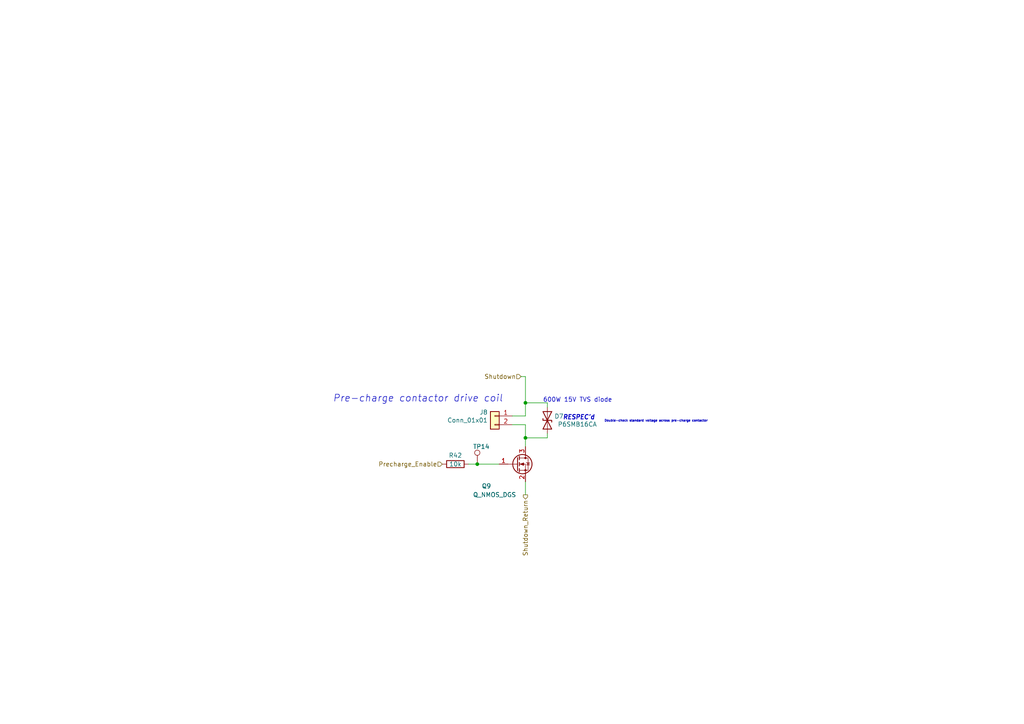
<source format=kicad_sch>
(kicad_sch (version 20211123) (generator eeschema)
  (paper "A4")
  (lib_symbols
    (symbol "Connector:TestPoint" (pin_numbers hide) (pin_names (offset 0.762) hide)
      (property "Reference" "TP" (at 0 6.858 0))
      (property "Value" "TestPoint" (at 0 5.08 0))
      (symbol "TestPoint_0_1"
        (circle (center 0 3.302) (radius 0.762))
      )
      (symbol "TestPoint_1_1"
        (pin passive line (at 0 0 90) (length 2.54) (name "1") (number "1"))
      )
    )
    (symbol "Connector_Generic:Conn_01x02" (pin_names (offset 1.016) hide)
      (property "Reference" "J" (at 0 2.54 0))
      (property "Value" "Conn_01x02" (at 0 -5.08 0))
      (symbol "Conn_01x02_1_1"
        (rectangle (start -1.27 -2.413) (end 0 -2.667) (stroke (width 0.1524)))
        (rectangle (start -1.27 0.127) (end 0 -0.127) (stroke (width 0.1524)))
        (rectangle (start -1.27 1.27) (end 1.27 -3.81) (stroke (width 0.254)) (fill (type background)))
        (pin passive line (at -5.08 0 0) (length 3.81) (name "Pin_1") (number "1"))
        (pin passive line (at -5.08 -2.54 0) (length 3.81) (name "Pin_2") (number "2"))
      )
    )
    (symbol "Device:D_TVS" (pin_numbers hide) (pin_names (offset 1.016) hide)
      (property "Reference" "D" (at 0 2.54 0))
      (property "Value" "D_TVS" (at 0 -2.54 0))
      (symbol "D_TVS_0_1"
        (polyline (pts (xy 1.27 0) (xy -1.27 0)))
        (polyline (pts (xy 0.508 1.27) (xy 0 1.27) (xy 0 -1.27) (xy -0.508 -1.27)) (stroke (width 0.254)))
        (polyline (pts (xy -2.54 1.27) (xy -2.54 -1.27) (xy 2.54 1.27) (xy 2.54 -1.27) (xy -2.54 1.27)) (stroke (width 0.254)))
      )
      (symbol "D_TVS_1_1"
        (pin passive line (at -3.81 0 0) (length 2.54) (name "A1") (number "1"))
        (pin passive line (at 3.81 0 180) (length 2.54) (name "A2") (number "2"))
      )
    )
    (symbol "Device:Q_NMOS_GSD" (pin_names (offset 0) hide)
      (property "Reference" "Q" (at 5.08 1.27 0))
      (property "Value" "Q_NMOS_GSD" (at 5.08 -1.27 0))
      (symbol "Q_NMOS_GSD_0_1"
        (polyline (pts (xy 0.254 0) (xy -2.54 0)))
        (polyline (pts (xy 0.254 1.905) (xy 0.254 -1.905)) (stroke (width 0.254)))
        (polyline (pts (xy 0.762 -1.27) (xy 0.762 -2.286)) (stroke (width 0.254)))
        (polyline (pts (xy 0.762 0.508) (xy 0.762 -0.508)) (stroke (width 0.254)))
        (polyline (pts (xy 0.762 2.286) (xy 0.762 1.27)) (stroke (width 0.254)))
        (polyline (pts (xy 2.54 2.54) (xy 2.54 1.778)))
        (polyline (pts (xy 2.54 -2.54) (xy 2.54 0) (xy 0.762 0)))
        (polyline (pts (xy 0.762 -1.778) (xy 3.302 -1.778) (xy 3.302 1.778) (xy 0.762 1.778)))
        (polyline (pts (xy 1.016 0) (xy 2.032 0.381) (xy 2.032 -0.381) (xy 1.016 0)) (fill (type outline)))
        (polyline (pts (xy 2.794 0.508) (xy 2.921 0.381) (xy 3.683 0.381) (xy 3.81 0.254)))
        (polyline (pts (xy 3.302 0.381) (xy 2.921 -0.254) (xy 3.683 -0.254) (xy 3.302 0.381)))
        (circle (center 1.651 0) (radius 2.794) (stroke (width 0.254)))
        (circle (center 2.54 -1.778) (radius 0.254) (fill (type outline)))
        (circle (center 2.54 1.778) (radius 0.254) (fill (type outline)))
      )
      (symbol "Q_NMOS_GSD_1_1"
        (pin input line (at -5.08 0 0) (length 2.54) (name "G") (number "1"))
        (pin passive line (at 2.54 -5.08 90) (length 2.54) (name "S") (number "2"))
        (pin passive line (at 2.54 5.08 270) (length 2.54) (name "D") (number "3"))
      )
    )
    (symbol "Device:R" (pin_numbers hide) (pin_names (offset 0))
      (property "Reference" "R" (at 2.032 0 90))
      (property "Value" "R" (at 0 0 90))
      (symbol "R_0_1"
        (rectangle (start -1.016 -2.54) (end 1.016 2.54) (stroke (width 0.254)))
      )
      (symbol "R_1_1"
        (pin passive line (at 0 3.81 270) (length 1.27) (name "~") (number "1"))
        (pin passive line (at 0 -3.81 90) (length 1.27) (name "~") (number "2"))
      )
    )
  )
  (junction (at 152.4 127))
  (junction (at 138.43 134.62))
  (junction (at 152.4 116.84))
  (wire (pts (xy 152.4 139.7) (xy 152.4 143.51)))
  (wire (pts (xy 158.75 127) (xy 158.75 125.73)))
  (wire (pts (xy 138.43 134.62) (xy 144.78 134.62)))
  (wire (pts (xy 158.75 116.84) (xy 152.4 116.84)))
  (wire (pts (xy 152.4 127) (xy 152.4 123.19)))
  (wire (pts (xy 152.4 129.54) (xy 152.4 127)))
  (wire (pts (xy 152.4 127) (xy 158.75 127)))
  (wire (pts (xy 152.4 109.22) (xy 152.4 116.84)))
  (wire (pts (xy 152.4 123.19) (xy 148.59 123.19)))
  (wire (pts (xy 152.4 116.84) (xy 152.4 120.65)))
  (wire (pts (xy 152.4 120.65) (xy 148.59 120.65)))
  (wire (pts (xy 135.89 134.62) (xy 138.43 134.62)))
  (wire (pts (xy 158.75 118.11) (xy 158.75 116.84)))
  (wire (pts (xy 151.13 109.22) (xy 152.4 109.22)))
  (text "Pre-charge contactor drive coil" (at 96.52 116.84 0) (effects (font (size 2.0066 2.0066) italic) (justify left bottom)))
  (text "Double-check standard voltage across pre-charge contactor\n" (at 175.26 122.555 0) (effects (font (size 0.635 0.635)) (justify left bottom)))
  (text "RESPEC'd\n" (at 163.195 121.92 0) (effects (font (size 1.27 1.27) (thickness 0.254) bold italic) (justify left bottom)))
  (text "600W 15V TVS diode" (at 157.48 116.84 0) (effects (font (size 1.27 1.27)) (justify left bottom)))
  (hierarchical_label "Shutdown_Return" (shape output) (at 152.4 143.51 270))
  (hierarchical_label "Shutdown" (shape input) (at 151.13 109.22 180))
  (hierarchical_label "Precharge_Enable" (shape input) (at 128.27 134.62 180))
  (symbol (lib_id "Device:Q_NMOS_GSD") (at 149.86 134.62 0) (unit 1)
    (property "Reference" "Q9" (at 139.7 140.97 0) (effects (justify left)))
    (property "Value" "Q_NMOS_DGS" (at 137.16 143.51 0) (effects (justify left)))
    (property "Footprint" "Package_TO_SOT_SMD:SOT-23" (effects hide))
    (property "Datasheet" "https://datasheet.lcsc.com/szlcsc/1812111733_Bourne-Semicon-Shenzhen-AO3400A_C344010.pdf" (effects hide))
    (property "LCSC part number" "AO3400A" (effects hide))
  )
  (symbol (lib_id "Connector_Generic:Conn_01x02") (at 143.51 120.65 0) (mirror y) (unit 1)
    (property "Reference" "J8" (at 141.478 119.5832 0) (effects (justify left)))
    (property "Value" "Conn_01x01" (at 141.478 121.8946 0) (effects (justify left)))
    (property "Footprint" "Connector_Molex:Molex_Micro-Fit_3.0_43045-0200_2x01_P3.00mm_Horizontal" (effects hide))
    (property "Datasheet" "https://www.molex.com/webdocs/datasheets/pdf/en-us/0430450201_PCB_HEADERS.pdf" (effects hide))
    (property "Manufacturer" "Molex" (effects hide))
    (property "Part Number" "430450201" (effects hide))
    (property "Description" "CONN HEADER R/A 2POS" (effects hide))
    (property "Package" "Connector" (effects hide))
  )
  (symbol (lib_id "Device:D_TVS") (at 158.75 121.92 270) (unit 1)
    (property "Reference" "D7" (at 160.782 120.7516 90) (effects (justify left)))
    (property "Value" " P6SMB16CA" (at 160.782 123.063 90) (effects (justify left)))
    (property "Footprint" "Diode_SMD:D_SMB_Handsoldering" (effects hide))
    (property "Datasheet" "https://datasheet.lcsc.com/lcsc/1810181007_Brightking-Elec--TAIWAN-P6SMB6.8CA_C78395.pdf" (effects hide))
    (property "Description" "Bidirectional 27.1A 22.5V 15.2V 13.6V SMB(DO-214AA) TVS ROHS" (effects hide))
    (property "Package" "SMB,DO-214AA" (effects hide))
  )
  (symbol (lib_id "Connector:TestPoint") (at 138.43 134.62 0) (unit 1)
    (property "Reference" "TP14" (at 137.16 129.54 0) (effects (justify left)))
    (property "Value" "TestPoint" (effects hide))
    (property "Footprint" "TestPoint:TestPoint_THTPad_D1.0mm_Drill0.5mm" (effects hide))
  )
  (symbol (lib_id "Device:R") (at 132.08 134.62 270) (unit 1)
    (property "Reference" "R42" (at 132.08 132.08 90))
    (property "Value" "10k" (at 132.08 134.62 90))
    (property "Footprint" "Resistor_SMD:R_0603_1608Metric_Pad0.98x0.95mm_HandSolder" (effects hide))
    (property "Description" "RES SMD 10k OHM 1% 0603" (effects hide))
    (property "Package" "0603" (effects hide))
  )
)
</source>
